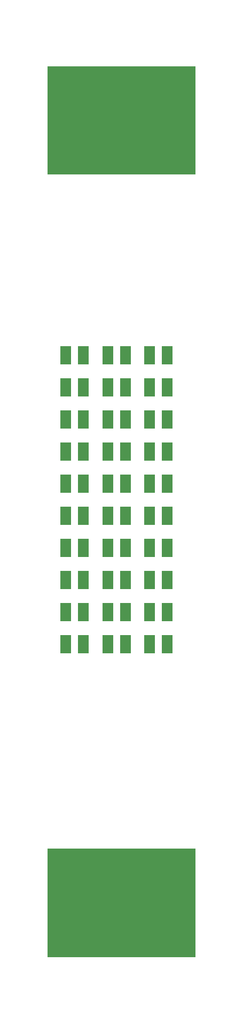
<source format=gbr>
G04 DipTrace 2.3.0.3*
%INTopMask.gbr*%
%MOMM*%
%ADD18R,13.2X13.2*%
%ADD20R,1.8X2.9*%
%FSLAX53Y53*%
G04*
G71*
G90*
G75*
G01*
%LNTopMask*%
%LPD*%
D20*
X-7937Y-38100D3*
X-5137D3*
X1587D3*
X-1212D3*
X5398D3*
X8197D3*
X5398Y-83820D3*
X8197D3*
X5398Y-68580D3*
X8197D3*
X-7937Y-48260D3*
X-5137D3*
X1587D3*
X-1212D3*
X5398D3*
X8197D3*
X-7937Y-83820D3*
X-5137D3*
X5398Y-78740D3*
X8197D3*
X-7937Y-43180D3*
X-5137D3*
X1587D3*
X-1212D3*
X5398D3*
X8197D3*
X1587Y-83820D3*
X-1212D3*
X5398Y-73660D3*
X8197D3*
X-7937Y-53340D3*
X-5137D3*
X1587D3*
X-1212D3*
X5398D3*
X8197D3*
X-7937Y-68580D3*
X-5137D3*
X1587D3*
X-1212D3*
X-7937Y-58420D3*
X-5137D3*
X1587D3*
X-1212D3*
X5398D3*
X8197D3*
X-7937Y-73660D3*
X-5137D3*
X1587D3*
X-1212D3*
X-7937Y-63500D3*
X-5137D3*
X1587D3*
X-1212D3*
X5398D3*
X8197D3*
X-7937Y-78740D3*
X-5137D3*
X1587D3*
X-1212D3*
D18*
X0Y-126000D3*
Y0D3*
G36*
X-10000Y7000D2*
D1*
Y6000D1*
D1*
Y7000D1*
G37*
G36*
X-10795Y7620D2*
X12700D1*
Y-9525D1*
X-10795D1*
Y7620D1*
G37*
G36*
Y-116205D2*
X12700D1*
Y-133350D1*
X-10795D1*
Y-116205D1*
G37*
M02*

</source>
